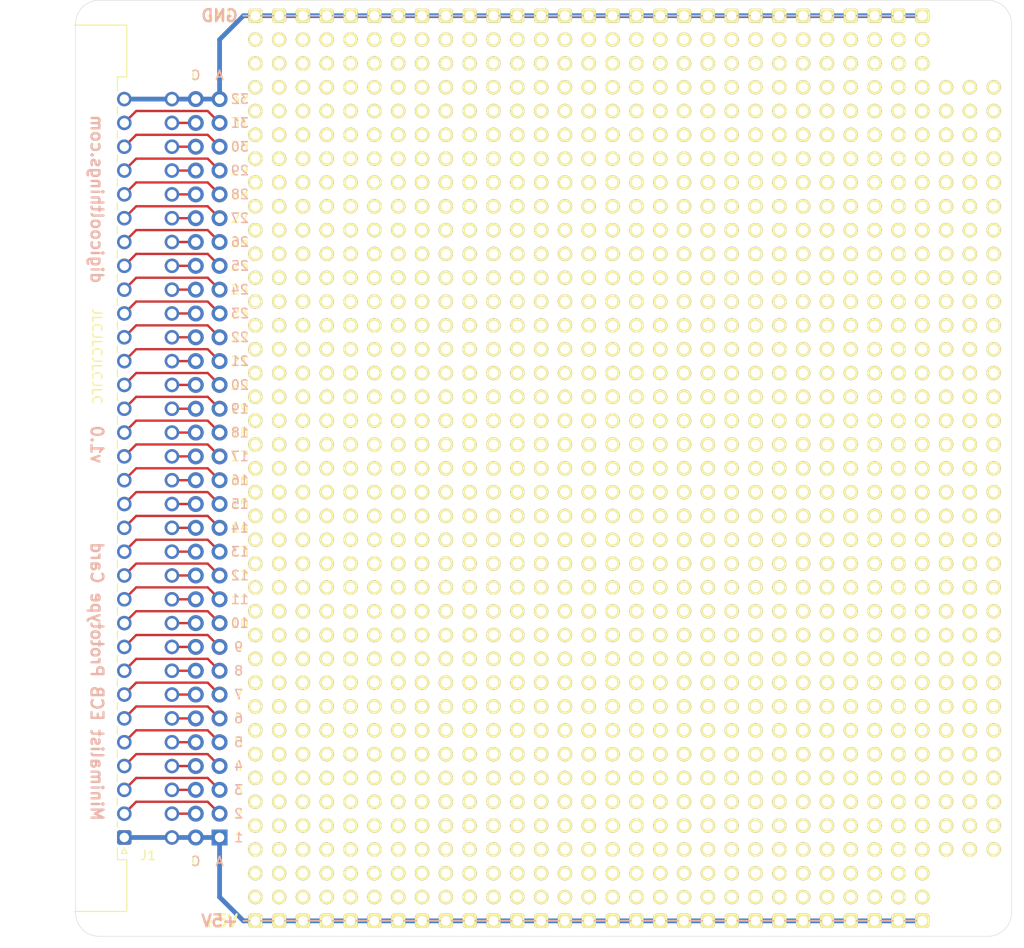
<source format=kicad_pcb>
(kicad_pcb (version 20221018) (generator pcbnew)
  (layers (0 "F.Cu" signal) (31 "B.Cu" signal) (34 "B.Paste" user) (35 "F.Paste" user) (36 "B.SilkS" user "B.Silkscreen") (37 "F.SilkS" user "F.Silkscreen") (38 "B.Mask" user) (39 "F.Mask" user) (44 "Edge.Cuts" user))
  (net 0 "")
  (net 1 "GND")
  (net 2 "ECB_RESET")
  (net 3 "ECB_MREQ")
  (net 4 "+5V")
  (net 5 "ECB_BUSAK")
  (net 6 "ECB_A9")
  (net 7 "ECB_CLK")
  (net 8 "ECB_A15")
  (net 9 "ECB_A12")
  (net 10 "ECB_RESOUT")
  (net 11 "ECB_HALT")
  (net 12 "ECB_RD")
  (net 13 "ECB_A20")
  (net 14 "ECB_WR")
  (net 15 "ECB_A13")
  (net 16 "ECB_RFSH")
  (net 17 "ECB_IORQ")
  (net 18 "ECB_IQ2")
  (net 19 "ECB_IQ1")
  (net 20 "ECB_VBAT")
  (net 21 "ECB_IQ0")
  (net 22 "ECB_A23")
  (net 23 "ECB_INT")
  (net 24 "ECB_NMI")
  (net 25 "ECB_A21")
  (net 26 "ECB_A10")
  (net 27 "ECB_A11")
  (net 28 "ECB_A22")
  (net 29 "ECB_M1")
  (net 30 "ECB_DEPR1")
  (net 31 "ECB_A14")
  (net 32 "ECB_DEPR2")
  (net 33 "ECB_DEPR3")
  (net 34 "ECB_IEO")
  (net 35 "ECB_A31")
  (net 36 "ECB_D1")
  (net 37 "ECB_A18")
  (net 38 "ECB_A17")
  (net 39 "ECB_IEI")
  (net 40 "ECB_A16")
  (net 41 "ECB_A7")
  (net 42 "ECB_A8")
  (net 43 "ECB_BAO")
  (net 44 "ECB_A30")
  (net 45 "ECB_A19")
  (net 46 "ECB_BAI")
  (net 47 "ECB_BUSRQ")
  (net 48 "ECB_WAIT")
  (net 49 "ECB_A6")
  (net 50 "ECB_A5")
  (net 51 "ECB_A1")
  (net 52 "ECB_A3")
  (net 53 "ECB_A0")
  (net 54 "ECB_D2")
  (net 55 "ECB_D7")
  (net 56 "ECB_D0")
  (net 57 "ECB_A4")
  (net 58 "ECB_A2")
  (net 59 "ECB_D4")
  (net 60 "ECB_D3")
  (net 61 "ECB_D6")
  (net 62 "ECB_D5")
  (footprint "MyCustomFootprintLibrary:DIN41612_C_2x32_C64AC_Male_Horizontal_THT" (layer "F.Cu") (at 92.71 124.46 90)
    (fp_text reference "J1")
    (fp_text value "MECB_64AC")
  )
  (footprint "MyCustomFootprintLibrary:PinHeader_2x32_P2.54mm_Vertical_A1-B32" (layer "F.Cu") (at 102.87 124.46 180)
    (fp_text reference "J2" hide)
    (fp_text value "Conn_01x32_Male" hide)
  )
  (footprint "MountingHole:MountingHole_3.2mm_M3" (layer "F.Cu") (at 183.515 131.191)
    (fp_text reference "H2" hide)
    (fp_text value "MountingHole")
  )
  (footprint "MountingHole:MountingHole_3.2mm_M3" (layer "F.Cu") (at 183.515 38.989)
    (fp_text reference "H1" hide)
    (fp_text value "MountingHole")
  )
  (footprint "MyCustomFootprintLibrary:Pad_Array_2.54mm_MECB_Proto_Full" (layer "F.Cu") (at 156.21 86.36)
    (fp_text reference "P1" hide)
    (fp_text value "CONN_2X2" hide)
  )
  (footprint "MyCustomFootprintLibrary:Pad_Array_2.54mm_MECB_Proto_Power" (layer "F.Cu") (at 156.21 86.36)
    (fp_text reference "P2" hide)
    (fp_text value "CONN_2X2" hide)
  )
  (footprint "MountingHole:MountingHole_3.2mm_M3" (layer "F.Cu") (at 97.155 38.989)
    (fp_text reference "H3" hide)
    (fp_text value "MountingHole")
  )
  (footprint "MountingHole:MountingHole_3.2mm_M3" (layer "F.Cu") (at 97.155 131.191)
    (fp_text reference "H4" hide)
    (fp_text value "MountingHole")
  )
  (gr_line (start 105.41 36.83) (end 177.8 36.83) (stroke (width 0.15)) (layer "B.SilkS"))
  (gr_line (start 105.41 133.35) (end 177.8 133.35) (stroke (width 0.15)) (layer "B.SilkS"))
  (gr_line (start 105.41 133.35) (end 177.8 133.35) (stroke (width 0.15)) (layer "F.SilkS"))
  (gr_line (start 105.41 36.83) (end 177.8 36.83) (stroke (width 0.15)) (layer "F.SilkS"))
  (gr_line (start 87.503 37.719) (end 87.503 132.461) (stroke (width 0.05)) (layer "Edge.Cuts"))
  (gr_arc (start 90.043 135.001) (mid 88.246949 134.257051) (end 87.503 132.461) (stroke (width 0.05)) (layer "Edge.Cuts"))
  (gr_arc (start 184.785 35.179) (mid 186.581051 35.922949) (end 187.325 37.719) (stroke (width 0.05)) (layer "Edge.Cuts"))
  (gr_line (start 90.043 135.001) (end 184.785 135.001) (stroke (width 0.05)) (layer "Edge.Cuts"))
  (gr_line (start 184.785 35.179) (end 90.043 35.179) (stroke (width 0.05)) (layer "Edge.Cuts"))
  (gr_arc (start 87.503 37.719) (mid 88.246949 35.922949) (end 90.043 35.179) (stroke (width 0.05)) (layer "Edge.Cuts"))
  (gr_line (start 187.325 132.461) (end 187.325 37.719) (stroke (width 0.05)) (layer "Edge.Cuts"))
  (gr_arc (start 187.325 132.461) (mid 186.581051 134.257051) (end 184.785 135.001) (stroke (width 0.05)) (layer "Edge.Cuts"))
  (gr_text "digicoolthings.com" (at 89.789 56.388 270) (layer "B.SilkS") (effects (font (size 1.27 1.27) (thickness 0.254)) (justify mirror)))
  (gr_text "v1.0" (at 89.789 82.55 270) (layer "B.SilkS") (effects (font (size 1.27 1.27) (thickness 0.254)) (justify mirror)))
  (gr_text "A" (at 102.87 43.18) (layer "B.SilkS") (effects (font (size 1 1)) (justify mirror)))
  (gr_text "C" (at 100.33 43.18) (layer "B.SilkS") (effects (font (size 1 1)) (justify mirror)))
  (gr_text "GND" (at 102.87 36.83) (layer "B.SilkS") (effects (font (size 1.27 1.27) (thickness 0.254)) (justify mirror)))
  (gr_text "C" (at 100.33 127) (layer "B.SilkS") (effects (font (size 1 1)) (justify mirror)))
  (gr_text "A" (at 102.87 127) (layer "B.SilkS") (effects (font (size 1 1)) (justify mirror)))
  (gr_text "+5V" (at 102.87 133.35) (layer "B.SilkS") (effects (font (size 1.27 1.27) (thickness 0.254)) (justify mirror)))
  (gr_text "32" (at 105.029 45.72) (layer "B.SilkS") (effects (font (size 1 1)) (justify mirror)))
  (gr_text "31" (at 105.029 48.26) (layer "B.SilkS") (effects (font (size 1 1)) (justify mirror)))
  (gr_text "30" (at 105.029 50.8) (layer "B.SilkS") (effects (font (size 1 1)) (justify mirror)))
  (gr_text "29" (at 105.029 53.34) (layer "B.SilkS") (effects (font (size 1 1)) (justify mirror)))
  (gr_text "28" (at 105.029 55.88) (layer "B.SilkS") (effects (font (size 1 1)) (justify mirror)))
  (gr_text "27" (at 105.029 58.42) (layer "B.SilkS") (effects (font (size 1 1)) (justify mirror)))
  (gr_text "26" (at 105.029 60.96) (layer "B.SilkS") (effects (font (size 1 1)) (justify mirror)))
  (gr_text "25" (at 105.029 63.5) (layer "B.SilkS") (effects (font (size 1 1)) (justify mirror)))
  (gr_text "24" (at 105.029 66.04) (layer "B.SilkS") (effects (font (size 1 1)) (justify mirror)))
  (gr_text "23" (at 105.029 68.58) (layer "B.SilkS") (effects (font (size 1 1)) (justify mirror)))
  (gr_text "22" (at 105.029 71.12) (layer "B.SilkS") (effects (font (size 1 1)) (justify mirror)))
  (gr_text "21" (at 105.029 73.66) (layer "B.SilkS") (effects (font (size 1 1)) (justify mirror)))
  (gr_text "20" (at 105.029 76.2) (layer "B.SilkS") (effects (font (size 1 1)) (justify mirror)))
  (gr_text "19" (at 105.029 78.74) (layer "B.SilkS") (effects (font (size 1 1)) (justify mirror)))
  (gr_text "18" (at 105.029 81.28) (layer "B.SilkS") (effects (font (size 1 1)) (justify mirror)))
  (gr_text "17" (at 105.029 83.82) (layer "B.SilkS") (effects (font (size 1 1)) (justify mirror)))
  (gr_text "16" (at 105.029 86.36) (layer "B.SilkS") (effects (font (size 1 1)) (justify mirror)))
  (gr_text "15" (at 105.029 88.9) (layer "B.SilkS") (effects (font (size 1 1)) (justify mirror)))
  (gr_text "14" (at 105.029 91.44) (layer "B.SilkS") (effects (font (size 1 1)) (justify mirror)))
  (gr_text "13" (at 105.029 93.98) (layer "B.SilkS") (effects (font (size 1 1)) (justify mirror)))
  (gr_text "12" (at 105.029 96.52) (layer "B.SilkS") (effects (font (size 1 1)) (justify mirror)))
  (gr_text "11" (at 105.029 99.06) (layer "B.SilkS") (effects (font (size 1 1)) (justify mirror)))
  (gr_text "10" (at 105.029 101.6) (layer "B.SilkS") (effects (font (size 1 1)) (justify mirror)))
  (gr_text "9" (at 104.902 104.14) (layer "B.SilkS") (effects (font (size 1 1)) (justify mirror)))
  (gr_text "8" (at 104.902 106.68) (layer "B.SilkS") (effects (font (size 1 1)) (justify mirror)))
  (gr_text "7" (at 104.902 109.22) (layer "B.SilkS") (effects (font (size 1 1)) (justify mirror)))
  (gr_text "6" (at 104.902 111.76) (layer "B.SilkS") (effects (font (size 1 1)) (justify mirror)))
  (gr_text "5" (at 104.902 114.3) (layer "B.SilkS") (effects (font (size 1 1)) (justify mirror)))
  (gr_text "4" (at 104.902 116.84) (layer "B.SilkS") (effects (font (size 1 1)) (justify mirror)))
  (gr_text "3" (at 104.902 119.38) (layer "B.SilkS") (effects (font (size 1 1)) (justify mirror)))
  (gr_text "2" (at 104.902 121.92) (layer "B.SilkS") (effects (font (size 1 1)) (justify mirror)))
  (gr_text "1" (at 104.902 124.46) (layer "B.SilkS") (effects (font (size 1 1)) (justify mirror)))
  (gr_text "Minimalist ECB Prototype Card" (at 89.789 107.823 270) (layer "B.SilkS") (effects (font (size 1.27 1.27) (thickness 0.254)) (justify mirror)))
  (gr_text "A" (at 102.87 43.18) (layer "F.SilkS") (effects (font (size 1 1))))
  (gr_text "GND" (at 102.87 36.83) (layer "F.SilkS") (effects (font (size 1.27 1.27) (thickness 0.254))))
  (gr_text "31" (at 105.029 48.26) (layer "F.SilkS") (effects (font (size 1 1))))
  (gr_text "30" (at 105.029 50.8) (layer "F.SilkS") (effects (font (size 1 1))))
  (gr_text "2" (at 104.902 121.92) (layer "F.SilkS") (effects (font (size 1 1))))
  (gr_text "3" (at 104.902 119.38) (layer "F.SilkS") (effects (font (size 1 1))))
  (gr_text "4" (at 104.902 116.84) (layer "F.SilkS") (effects (font (size 1 1))))
  (gr_text "5" (at 104.902 114.3) (layer "F.SilkS") (effects (font (size 1 1))))
  (gr_text "6" (at 104.902 111.76) (layer "F.SilkS") (effects (font (size 1 1))))
  (gr_text "7" (at 104.902 109.22) (layer "F.SilkS") (effects (font (size 1 1))))
  (gr_text "8" (at 104.902 106.68) (layer "F.SilkS") (effects (font (size 1 1))))
  (gr_text "9" (at 104.902 104.14) (layer "F.SilkS") (effects (font (size 1 1))))
  (gr_text "C" (at 100.33 127) (layer "F.SilkS") (effects (font (size 1 1))))
  (gr_text "29" (at 105.029 53.34) (layer "F.SilkS") (effects (font (size 1 1))))
  (gr_text "28" (at 105.029 55.88) (layer "F.SilkS") (effects (font (size 1 1))))
  (gr_text "27" (at 105.029 58.42) (layer "F.SilkS") (effects (font (size 1 1))))
  (gr_text "26" (at 105.029 60.96) (layer "F.SilkS") (effects (font (size 1 1))))
  (gr_text "25" (at 105.029 63.5) (layer "F.SilkS") (effects (font (size 1 1))))
  (gr_text "24" (at 105.029 66.04) (layer "F.SilkS") (effects (font (size 1 1))))
  (gr_text "23" (at 105.029 68.58) (layer "F.SilkS") (effects (font (size 1 1))))
  (gr_text "22" (at 105.029 71.12) (layer "F.SilkS") (effects (font (size 1 1))))
  (gr_text "21" (at 105.029 73.66) (layer "F.SilkS") (effects (font (size 1 1))))
  (gr_text "20" (at 105.029 76.2) (layer "F.SilkS") (effects (font (size 1 1))))
  (gr_text "18" (at 105.029 81.28) (layer "F.SilkS") (effects (font (size 1 1))))
  (gr_text "17" (at 105.029 83.82) (layer "F.SilkS") (effects (font (size 1 1))))
  (gr_text "16" (at 105.029 86.36) (layer "F.SilkS") (effects (font (size 1 1))))
  (gr_text "15" (at 105.029 88.9) (layer "F.SilkS") (effects (font (size 1 1))))
  (gr_text "14" (at 105.029 91.44) (layer "F.SilkS") (effects (font (size 1 1))))
  (gr_text "13" (at 105.029 93.98) (layer "F.SilkS") (effects (font (size 1 1))))
  (gr_text "12" (at 105.029 96.52) (layer "F.SilkS") (effects (font (size 1 1))))
  (gr_text "11" (at 105.029 99.06) (layer "F.SilkS") (effects (font (size 1 1))))
  (gr_text "10" (at 105.029 101.6) (layer "F.SilkS") (effects (font (size 1 1))))
  (gr_text "19" (at 105.029 78.74) (layer "F.SilkS") (effects (font (size 1 1))))
  (gr_text "A" (at 102.87 127) (layer "F.SilkS") (effects (font (size 1 1))))
  (gr_text "1" (at 104.902 124.46) (layer "F.SilkS") (effects (font (size 1 1))))
  (gr_text "+5V" (at 102.87 133.35) (layer "F.SilkS") (effects (font (size 1.27 1.27) (thickness 0.254))))
  (gr_text "32" (at 105.029 45.72) (layer "F.SilkS") (effects (font (size 1 1))))
  (gr_text "JLCJLCJLCJLC" (at 89.789 73.152 270) (layer "F.SilkS") (effects (font (size 1 1))))
  (gr_text "C" (at 100.33 43.18) (layer "F.SilkS") (effects (font (size 1 1))))
  (segment (start 105.41 36.83) (end 177.8 36.83) (width 0.508) (layer "B.Cu") (net 1))
  (segment (start 92.71 45.72) (end 102.87 45.72) (width 0.508) (layer "B.Cu") (net 1))
  (segment (start 102.87 39.37) (end 105.41 36.83) (width 0.508) (layer "B.Cu") (net 1))
  (segment (start 102.87 45.72) (end 102.87 39.37) (width 0.508) (layer "B.Cu") (net 1))
  (segment (start 97.79 48.26) (end 100.33 48.26) (width 0.254) (layer "F.Cu") (net 2))
  (segment (start 97.79 50.8) (end 100.33 50.8) (width 0.254) (layer "F.Cu") (net 3))
  (segment (start 97.79 124.46) (end 100.33 124.46) (width 0.508) (layer "B.Cu") (net 4))
  (segment (start 102.87 124.46) (end 102.87 130.81) (width 0.508) (layer "B.Cu") (net 4))
  (segment (start 102.87 130.81) (end 105.41 133.35) (width 0.508) (layer "B.Cu") (net 4))
  (segment (start 92.71 124.46) (end 97.79 124.46) (width 0.508) (layer "B.Cu") (net 4))
  (segment (start 100.33 124.46) (end 102.87 124.46) (width 0.508) (layer "B.Cu") (net 4))
  (segment (start 105.41 133.35) (end 177.8 133.35) (width 0.508) (layer "B.Cu") (net 4))
  (segment (start 101.6 46.99) (end 93.98 46.99) (width 0.254) (layer "F.Cu") (net 5))
  (segment (start 93.98 46.99) (end 92.71 48.26) (width 0.254) (layer "F.Cu") (net 5))
  (segment (start 102.87 48.26) (end 101.6 46.99) (width 0.254) (layer "F.Cu") (net 5))
  (segment (start 102.87 50.8) (end 101.6 49.53) (width 0.254) (layer "F.Cu") (net 6))
  (segment (start 101.6 49.53) (end 93.98 49.53) (width 0.254) (layer "F.Cu") (net 6))
  (segment (start 93.98 49.53) (end 92.71 50.8) (width 0.254) (layer "F.Cu") (net 6))
  (segment (start 100.33 53.34) (end 97.79 53.34) (width 0.254) (layer "F.Cu") (net 7))
  (segment (start 97.79 55.88) (end 100.33 55.88) (width 0.254) (layer "F.Cu") (net 8))
  (segment (start 100.33 58.42) (end 97.79 58.42) (width 0.254) (layer "F.Cu") (net 9))
  (segment (start 97.79 60.96) (end 100.33 60.96) (width 0.254) (layer "F.Cu") (net 10))
  (segment (start 100.33 63.5) (end 97.79 63.5) (width 0.254) (layer "F.Cu") (net 11))
  (segment (start 97.79 66.04) (end 100.33 66.04) (width 0.254) (layer "F.Cu") (net 12))
  (segment (start 100.33 68.58) (end 97.79 68.58) (width 0.254) (layer "F.Cu") (net 13))
  (segment (start 97.79 71.12) (end 100.33 71.12) (width 0.254) (layer "F.Cu") (net 14))
  (segment (start 93.98 52.07) (end 92.71 53.34) (width 0.254) (layer "F.Cu") (net 15))
  (segment (start 101.6 52.07) (end 93.98 52.07) (width 0.254) (layer "F.Cu") (net 15))
  (segment (start 102.87 53.34) (end 101.6 52.07) (width 0.254) (layer "F.Cu") (net 15))
  (segment (start 93.98 54.61) (end 92.71 55.88) (width 0.254) (layer "F.Cu") (net 16))
  (segment (start 102.87 55.88) (end 101.6 54.61) (width 0.254) (layer "F.Cu") (net 16))
  (segment (start 101.6 54.61) (end 93.98 54.61) (width 0.254) (layer "F.Cu") (net 16))
  (segment (start 102.87 58.42) (end 101.6 57.15) (width 0.254) (layer "F.Cu") (net 17))
  (segment (start 101.6 57.15) (end 93.98 57.15) (width 0.254) (layer "F.Cu") (net 17))
  (segment (start 93.98 57.15) (end 92.71 58.42) (width 0.254) (layer "F.Cu") (net 17))
  (segment (start 102.87 60.96) (end 101.6 59.69) (width 0.254) (layer "F.Cu") (net 18))
  (segment (start 93.98 59.69) (end 92.71 60.96) (width 0.254) (layer "F.Cu") (net 18))
  (segment (start 101.6 59.69) (end 93.98 59.69) (width 0.254) (layer "F.Cu") (net 18))
  (segment (start 93.98 62.23) (end 92.71 63.5) (width 0.254) (layer "F.Cu") (net 19))
  (segment (start 102.87 63.5) (end 101.6 62.23) (width 0.254) (layer "F.Cu") (net 19))
  (segment (start 101.6 62.23) (end 93.98 62.23) (width 0.254) (layer "F.Cu") (net 19))
  (segment (start 93.98 64.77) (end 92.71 66.04) (width 0.254) (layer "F.Cu") (net 20))
  (segment (start 101.6 64.77) (end 93.98 64.77) (width 0.254) (layer "F.Cu") (net 20))
  (segment (start 102.87 66.04) (end 101.6 64.77) (width 0.254) (layer "F.Cu") (net 20))
  (segment (start 101.6 67.31) (end 93.98 67.31) (width 0.254) (layer "F.Cu") (net 21))
  (segment (start 102.87 68.58) (end 101.6 67.31) (width 0.254) (layer "F.Cu") (net 21))
  (segment (start 93.98 67.31) (end 92.71 68.58) (width 0.254) (layer "F.Cu") (net 21))
  (segment (start 93.98 69.85) (end 92.71 71.12) (width 0.254) (layer "F.Cu") (net 22))
  (segment (start 102.87 71.12) (end 101.6 69.85) (width 0.254) (layer "F.Cu") (net 22))
  (segment (start 101.6 69.85) (end 93.98 69.85) (width 0.254) (layer "F.Cu") (net 22))
  (segment (start 100.33 73.66) (end 97.79 73.66) (width 0.254) (layer "F.Cu") (net 23))
  (segment (start 97.79 76.2) (end 100.33 76.2) (width 0.254) (layer "F.Cu") (net 24))
  (segment (start 100.33 78.74) (end 97.79 78.74) (width 0.254) (layer "F.Cu") (net 25))
  (segment (start 97.79 81.28) (end 100.33 81.28) (width 0.254) (layer "F.Cu") (net 26))
  (segment (start 97.79 83.82) (end 100.33 83.82) (width 0.254) (layer "F.Cu") (net 27))
  (segment (start 102.87 73.66) (end 101.6 72.39) (width 0.254) (layer "F.Cu") (net 28))
  (segment (start 101.6 72.39) (end 93.98 72.39) (width 0.254) (layer "F.Cu") (net 28))
  (segment (start 93.98 72.39) (end 92.71 73.66) (width 0.254) (layer "F.Cu") (net 28))
  (segment (start 102.87 76.2) (end 101.6 74.93) (width 0.254) (layer "F.Cu") (net 29))
  (segment (start 101.6 74.93) (end 93.98 74.93) (width 0.254) (layer "F.Cu") (net 29))
  (segment (start 93.98 74.93) (end 92.71 76.2) (width 0.254) (layer "F.Cu") (net 29))
  (segment (start 101.6 77.47) (end 93.98 77.47) (width 0.254) (layer "F.Cu") (net 30))
  (segment (start 93.98 77.47) (end 92.71 78.74) (width 0.254) (layer "F.Cu") (net 30))
  (segment (start 102.87 78.74) (end 101.6 77.47) (width 0.254) (layer "F.Cu") (net 30))
  (segment (start 102.87 81.28) (end 101.6 80.01) (width 0.254) (layer "F.Cu") (net 31))
  (segment (start 93.98 80.01) (end 92.71 81.28) (width 0.254) (layer "F.Cu") (net 31))
  (segment (start 101.6 80.01) (end 93.98 80.01) (width 0.254) (layer "F.Cu") (net 31))
  (segment (start 102.87 88.9) (end 101.6 87.63) (width 0.254) (layer "F.Cu") (net 32))
  (segment (start 93.98 87.63) (end 92.71 88.9) (width 0.254) (layer "F.Cu") (net 32))
  (segment (start 101.6 87.63) (end 93.98 87.63) (width 0.254) (layer "F.Cu") (net 32))
  (segment (start 102.87 93.98) (end 101.6 92.71) (width 0.254) (layer "F.Cu") (net 33))
  (segment (start 101.6 92.71) (end 93.98 92.71) (width 0.254) (layer "F.Cu") (net 33))
  (segment (start 93.98 92.71) (end 92.71 93.98) (width 0.254) (layer "F.Cu") (net 33))
  (segment (start 100.33 86.36) (end 97.79 86.36) (width 0.254) (layer "F.Cu") (net 34))
  (segment (start 97.79 88.9) (end 100.33 88.9) (width 0.254) (layer "F.Cu") (net 35))
  (segment (start 100.33 91.44) (end 97.79 91.44) (width 0.254) (layer "F.Cu") (net 36))
  (segment (start 97.79 93.98) (end 100.33 93.98) (width 0.254) (layer "F.Cu") (net 37))
  (segment (start 100.33 96.52) (end 97.79 96.52) (width 0.254) (layer "F.Cu") (net 38))
  (segment (start 97.79 99.06) (end 100.33 99.06) (width 0.254) (layer "F.Cu") (net 39))
  (segment (start 100.33 101.6) (end 97.79 101.6) (width 0.254) (layer "F.Cu") (net 40))
  (segment (start 97.79 104.14) (end 100.33 104.14) (width 0.254) (layer "F.Cu") (net 41))
  (segment (start 100.33 106.68) (end 97.79 106.68) (width 0.254) (layer "F.Cu") (net 42))
  (segment (start 93.98 82.55) (end 92.71 83.82) (width 0.254) (layer "F.Cu") (net 43))
  (segment (start 102.87 83.82) (end 101.6 82.55) (width 0.254) (layer "F.Cu") (net 43))
  (segment (start 101.6 82.55) (end 93.98 82.55) (width 0.254) (layer "F.Cu") (net 43))
  (segment (start 93.98 85.09) (end 92.71 86.36) (width 0.254) (layer "F.Cu") (net 44))
  (segment (start 102.87 86.36) (end 101.6 85.09) (width 0.254) (layer "F.Cu") (net 44))
  (segment (start 101.6 85.09) (end 93.98 85.09) (width 0.254) (layer "F.Cu") (net 44))
  (segment (start 93.98 90.17) (end 92.71 91.44) (width 0.254) (layer "F.Cu") (net 45))
  (segment (start 102.87 91.44) (end 101.6 90.17) (width 0.254) (layer "F.Cu") (net 45))
  (segment (start 101.6 90.17) (end 93.98 90.17) (width 0.254) (layer "F.Cu") (net 45))
  (segment (start 101.6 95.25) (end 93.98 95.25) (width 0.254) (layer "F.Cu") (net 46))
  (segment (start 102.87 96.52) (end 101.6 95.25) (width 0.254) (layer "F.Cu") (net 46))
  (segment (start 93.98 95.25) (end 92.71 96.52) (width 0.254) (layer "F.Cu") (net 46))
  (segment (start 93.98 97.79) (end 92.71 99.06) (width 0.254) (layer "F.Cu") (net 47))
  (segment (start 102.87 99.06) (end 101.6 97.79) (width 0.254) (layer "F.Cu") (net 47))
  (segment (start 101.6 97.79) (end 93.98 97.79) (width 0.254) (layer "F.Cu") (net 47))
  (segment (start 101.6 100.33) (end 93.98 100.33) (width 0.254) (layer "F.Cu") (net 48))
  (segment (start 93.98 100.33) (end 92.71 101.6) (width 0.254) (layer "F.Cu") (net 48))
  (segment (start 102.87 101.6) (end 101.6 100.33) (width 0.254) (layer "F.Cu") (net 48))
  (segment (start 102.87 104.14) (end 101.6 102.87) (width 0.254) (layer "F.Cu") (net 49))
  (segment (start 101.6 102.87) (end 93.98 102.87) (width 0.254) (layer "F.Cu") (net 49))
  (segment (start 93.98 102.87) (end 92.71 104.14) (width 0.254) (layer "F.Cu") (net 49))
  (segment (start 102.87 106.68) (end 101.6 105.41) (width 0.254) (layer "F.Cu") (net 50))
  (segment (start 101.6 105.41) (end 93.98 105.41) (width 0.254) (layer "F.Cu") (net 50))
  (segment (start 93.98 105.41) (end 92.71 106.68) (width 0.254) (layer "F.Cu") (net 50))
  (segment (start 100.33 109.22) (end 97.79 109.22) (width 0.254) (layer "F.Cu") (net 51))
  (segment (start 100.33 111.76) (end 97.79 111.76) (width 0.254) (layer "F.Cu") (net 52))
  (segment (start 100.33 114.3) (end 97.79 114.3) (width 0.254) (layer "F.Cu") (net 53))
  (segment (start 100.33 116.84) (end 97.79 116.84) (width 0.254) (layer "F.Cu") (net 54))
  (segment (start 100.33 119.38) (end 97.79 119.38) (width 0.254) (layer "F.Cu") (net 55))
  (segment (start 100.33 121.92) (end 97.79 121.92) (width 0.254) (layer "F.Cu") (net 56))
  (segment (start 93.98 107.95) (end 92.71 109.22) (width 0.254) (layer "F.Cu") (net 57))
  (segment (start 102.87 109.22) (end 101.6 107.95) (width 0.254) (layer "F.Cu") (net 57))
  (segment (start 101.6 107.95) (end 93.98 107.95) (width 0.254) (layer "F.Cu") (net 57))
  (segment (start 93.98 110.49) (end 92.71 111.76) (width 0.254) (layer "F.Cu") (net 58))
  (segment (start 101.6 110.49) (end 93.98 110.49) (width 0.254) (layer "F.Cu") (net 58))
  (segment (start 102.87 111.76) (end 101.6 110.49) (width 0.254) (layer "F.Cu") (net 58))
  (segment (start 93.98 113.03) (end 92.71 114.3) (width 0.254) (layer "F.Cu") (net 59))
  (segment (start 101.6 113.03) (end 93.98 113.03) (width 0.254) (layer "F.Cu") (net 59))
  (segment (start 102.87 114.3) (end 101.6 113.03) (width 0.254) (layer "F.Cu") (net 59))
  (segment (start 102.87 116.84) (end 101.6 115.57) (width 0.254) (layer "F.Cu") (net 60))
  (segment (start 101.6 115.57) (end 93.98 115.57) (width 0.254) (layer "F.Cu") (net 60))
  (segment (start 93.98 115.57) (end 92.71 116.84) (width 0.254) (layer "F.Cu") (net 60))
  (segment (start 102.87 119.38) (end 101.6 118.11) (width 0.254) (layer "F.Cu") (net 61))
  (segment (start 101.6 118.11) (end 93.98 118.11) (width 0.254) (layer "F.Cu") (net 61))
  (segment (start 93.98 118.11) (end 92.71 119.38) (width 0.254) (layer "F.Cu") (net 61))
  (segment (start 101.6 120.65) (end 93.98 120.65) (width 0.254) (layer "F.Cu") (net 62))
  (segment (start 93.98 120.65) (end 92.71 121.92) (width 0.254) (layer "F.Cu") (net 62))
  (segment (start 102.87 121.92) (end 101.6 120.65) (width 0.254) (layer "F.Cu") (net 62))
)
</source>
